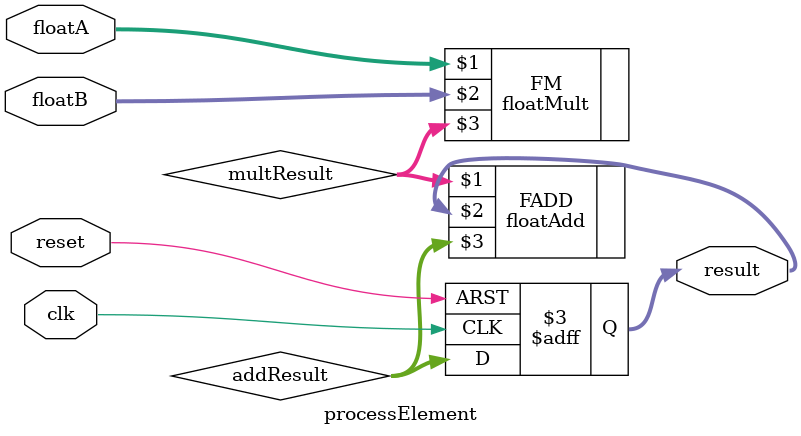
<source format=v>
`timescale 100 ns / 10 ps
module processElement(clk,reset,floatA,floatB,result);
parameter DATA_WIDTH = 16;
input clk, reset;
input [DATA_WIDTH-1:0] floatA, floatB;
output reg [DATA_WIDTH-1:0] result;
wire [DATA_WIDTH-1:0] multResult;
wire [DATA_WIDTH-1:0] addResult;
floatMult FM (floatA,floatB,multResult);
floatAdd FADD (multResult,result,addResult);
always @ (posedge clk or posedge reset) begin
	if (reset == 1'b1) begin
		result = 0;
	end else begin
		result = addResult;
	end
end
endmodule

</source>
